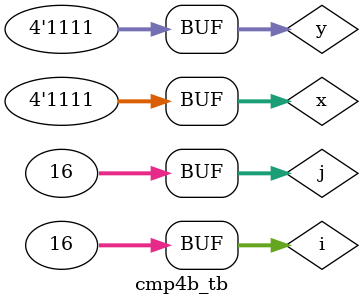
<source format=v>

module cmp4b(input [3:0] x, y, output reg eq, lt, gt);

    wire eq1, lt1, gt1; //LSB comparisons outputs
    wire eq2, lt2, gt2; //MSB comparisons outputs

    cmp2b i0(.x(x[1:0]), .y(y[1:0]), .eq(eq1), .lt(lt1), .gt(gt1));
    cmp2b i1(.x(x[3:2]), .y(y[3:2]), .eq(eq2), .lt(lt2), .gt(gt2));

    always @(*) begin
        if(eq2) begin
        //If MSBs are equal, result depends on LSBs
        eq = eq1;
        lt = lt1;
        gt = gt1;
        end
        else begin
        //Otherwise, MSB comparison determines the result
        eq = 0;
        lt = lt2;
        gt = gt2;
    end
    end
endmodule


module cmp4b_tb;
    reg [3:0] x, y;
    wire eq,lt,gt;

    cmp4b i0(.x(x), .y(y), .eq(eq), .lt(lt), .gt(gt));
    integer i,j;
    initial begin
        $display("Time\tX\tY\tEQ\tLT\tGT");
        $monitor("%4t\t%b(%d)\t%b(%d)\t%b\t%b\t%b", $time, x,x,y,y,eq,lt,gt);
        x = 0;
        y = 0;
        #5;
        for(i = 0; i < 16; i = i + 1) begin
            for(j = 0; j < 16; j = j + 1) begin
                x = i;
                y = j;
                #10;
            end
        end
    end
endmodule
</source>
